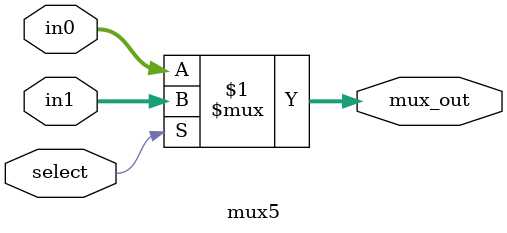
<source format=v>
module mux32(in0, in1, select, mux_out);

input [31:0] in0, in1;
input select;
output [31:0] mux_out;

assign mux_out = (select) ? in1 : in0;

endmodule

module mux5(in0, in1, select, mux_out);

input [4:0] in0, in1;
input select ;
output [4:0] mux_out;

assign mux_out = (select) ? in1 : in0;

endmodule

</source>
